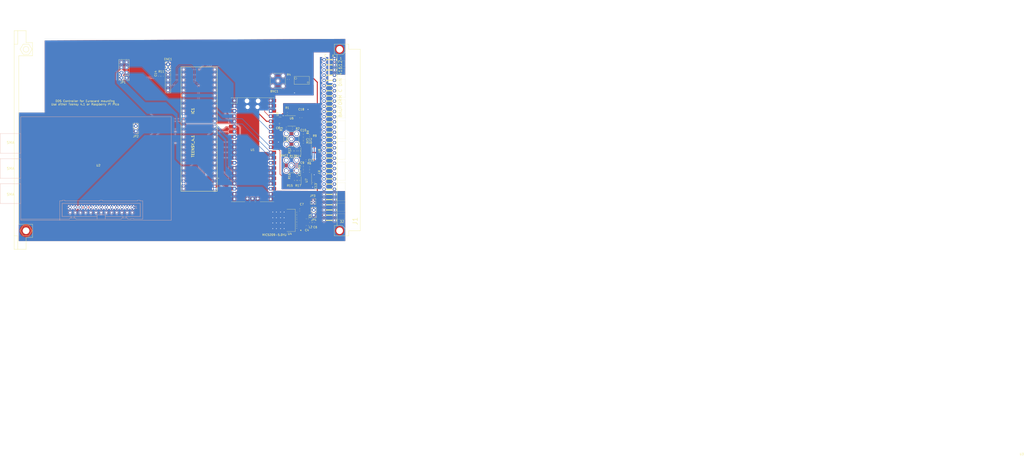
<source format=kicad_pcb>
(kicad_pcb (version 20211014) (generator pcbnew)
  (layers (0 "F.Cu" signal) (31 "B.Cu" signal) (34 "B.Paste" user) (35 "F.Paste" user) (36 "B.SilkS" user "B.Silkscreen") (37 "F.SilkS" user "F.Silkscreen") (38 "B.Mask" user) (39 "F.Mask" user) (44 "Edge.Cuts" user))
  (net 0 "")
  (net 1 "Net-(BNC1-Pad1)")
  (net 2 "Net-(BNC2-Pad1)")
  (net 3 "5V")
  (net 4 "+15V")
  (net 5 "ADC_REF")
  (net 6 "3V3")
  (net 7 "ENC_1_SW_OUT")
  (net 18 "GNDA")
  (net 56 "ENC_1_OUT_B")
  (net 57 "ENC_1_OUT_A")
  (net 58 "Trigger")
  (net 59 "/DDS_Main/MOSI")
  (net 62 "Frequency")
  (net 63 "Amplitude")
  (net 72 "Net-(R2-Pad1)")
  (net 82 "Net-(C7-Pad2)")
  (net 83 "Net-(C11-Pad1)")
  (net 84 "Net-(R4-Pad2)")
  (net 85 "Net-(C4-Pad2)")
  (net 86 "Net-(C10-Pad2)")
  (net 93 "Net-(BNC1-Pad2)")
  (net 95 "-15V")
  (net 96 "GND")
  (net 100 "Net-(BNC3-Pad1)")
  (net 102 "Net-(BNC3-Pad2)")
  (net 103 "/Frontend/4V_buffered_reference")
  (net 110 "/DDS_Main/-CS")
  (net 113 "Net-(R13-Pad2)")
  (net 118 "Net-(BNC2-Pad2)")
  (net 120 "Net-(R16-Pad2)")
  (net 124 "/DDS_Main/LCD_RST")
  (net 125 "/DDS_Main/LCD_RS")
  (net 126 "/DDS_Main/LCD_CS")
  (net 127 "/DDS_Main/LCD_MOSI")
  (net 128 "/DDS_Main/LCD_CLK")
  (net 130 "/DDS_Main/SCK")
  (net 135 "/DDS_Main/OSK")
  (net 136 "/DDS_Main/PF0")
  (net 137 "/DDS_Main/PF1")
  (net 138 "/DDS_Main/OUP")
  (net 139 "/DDS_Main/PF2")
  (net 140 "/DDS_Main/DRHLD")
  (net 141 "/DDS_Main/DRCTL")
  (net 142 "/DDS_Main/DROVR")
  (net 143 "/DDS_Main/PLL_LCK")
  (net 144 "/DDS_Main/MRST")
  (footprint "carrier_board_fp:0603FP" (layer "F.Cu") (at 162.83615 54.8953 90)
    (fp_text reference "R4")
    (fp_text value "10k")
  )
  (footprint "Connector_Coaxial:SMA_Amphenol_132134_Vertical" (layer "F.Cu") (at 157.72485 56.134 180)
    (fp_text reference "BNC1")
    (fp_text value "Trigger")
  )
  (footprint "carrier_board_fp:0603FP" (layer "F.Cu") (at 168.8787 119.38)
    (fp_text reference "C7")
    (fp_text value "470pF")
  )
  (footprint "Package_SO:SOIC-8_3.9x4.9mm_P1.27mm" (layer "F.Cu") (at 171.577 90.681375 -90)
    (fp_text reference "U8")
    (fp_text value "OPA340UA" hide)
  )
  (footprint "carrier_board_fp:DDS" (layer "F.Cu") (at 31.75 124.46)
    (fp_text reference "U2")
    (fp_text value "DDS")
  )
  (footprint "carrier_board_fp:0603FP" (layer "F.Cu") (at 169.7033 84.582 180)
    (fp_text reference "C12")
    (fp_text value "DNP" hide)
  )
  (footprint "carrier_board_fp:0603FP" (layer "F.Cu") (at 170.6567 83.058)
    (fp_text reference "R8")
    (fp_text value "1.25M" hide)
  )
  (footprint "MCU_RaspberryPi_and_Boards:RPi_Pico_SMD_TH" (layer "F.Cu") (at 145.288 89.916)
    (fp_text reference "U1")
    (fp_text value "Raspberry_Pi_Pico")
  )
  (footprint "carrier_board_fp:Eurocard_Carrier_Board" (layer "F.Cu") (at 30.48 81.28)
    (fp_text reference "J1")
    (fp_text value "Eurocard_board_connector")
    (fp_line (start 0.254 53.34) (end 160.274 53.34) (layer "Edge.Cuts") (width 0.05))
    (fp_line (start 0.254 -9.652) (end 12.954 -9.652) (layer "Edge.Cuts") (width 0.05))
    (fp_line (start 0.254 -9.652) (end 0.254 53.34) (layer "Edge.Cuts") (width 0.05))
    (fp_line (start 12.954 -9.652) (end 12.954 -45.72) (layer "Edge.Cuts") (width 0.05))
    (fp_line (start 160.274 -45.72) (end 12.954 -45.72) (layer "Edge.Cuts") (width 0.05))
    (fp_line (start 160.274 53.34) (end 160.274 -45.72) (layer "Edge.Cuts") (width 0.05))
  )
  (footprint "Connector_PinHeader_2.54mm:PinHeader_1x06_P2.54mm_Vertical" (layer "F.Cu") (at 103.886 48.006)
    (fp_text reference "ENC1")
    (fp_text value "PINHD_1X6_ENC")
  )
  (footprint "Capacitor_SMD:C_0603_1608Metric" (layer "F.Cu") (at 171.45 95.25)
    (fp_text reference "C15")
    (fp_text value "100nF" hide)
  )
  (footprint "Package_SO:SOIC-8_3.9x4.9mm_P1.27mm" (layer "F.Cu") (at 164.4335 75.696)
    (fp_text reference "U6")
    (fp_text value "OPA340UA")
  )
  (footprint "Connector_Coaxial:SMA_Amphenol_132134_Vertical" (layer "F.Cu") (at 164.338 84.582 -90)
    (fp_text reference "BNC3")
    (fp_text value "Amplitude")
  )
  (footprint "Resistor_SMD:R_0603_1608Metric" (layer "F.Cu") (at 166.37 90.424 90)
    (fp_text reference "R13")
    (fp_text value "200k" hide)
  )
  (footprint "carrier_board_fp:0603FP" (layer "F.Cu") (at 172.0723 123.2213 90)
    (fp_text reference "C5")
    (fp_text value "2.2uF")
  )
  (footprint "carrier_board_fp:0603FP" (layer "F.Cu") (at 169.7033 86.106 180)
    (fp_text reference "R10")
    (fp_text value "100k" hide)
  )
  (footprint "Resistor_SMD:R_0603_1608Metric" (layer "F.Cu") (at 167.894 104.902 -90)
    (fp_text reference "R17")
    (fp_text value "200k")
  )
  (footprint "Connector_PinHeader_2.54mm:PinHeader_1x02_P2.54mm_Vertical" (layer "F.Cu") (at 88.0618 80.772 180)
    (fp_text reference "JP2")
    (fp_text value "PINHD_1X2")
  )
  (footprint "carrier_board_fp:0603FP" (layer "F.Cu") (at 165.3402 79.248)
    (fp_text reference "R2")
    (fp_text value "10k" hide)
  )
  (footprint "carrier_board_fp:0603FP" (layer "F.Cu") (at 170.6632 98.806)
    (fp_text reference "R5")
    (fp_text value "1.25M" hide)
  )
  (footprint "carrier_board_fp:PINHD_1X2" (layer "F.Cu") (at 175.006 114.554)
    (fp_text reference "JP3")
    (fp_text value "DNP")
  )
  (footprint "Resistor_SMD:R_0603_1608Metric" (layer "F.Cu") (at 168.12585 90.409075 -90)
    (fp_text reference "R14")
    (fp_text value "200k" hide)
  )
  (footprint "Connector_PinHeader_2.54mm:PinHeader_1x02_P2.54mm_Vertical" (layer "F.Cu") (at 175.26 121.925 180)
    (fp_text reference "JP4")
    (fp_text value "DNP")
  )
  (footprint "carrier_board_fp:0603FP" (layer "F.Cu") (at 99.568 53.3713 90)
    (fp_text reference "C14")
    (fp_text value "100nF")
  )
  (footprint "carrier_board_fp:0603FP" (layer "F.Cu") (at 170.6567 81.534)
    (fp_text reference "C10")
    (fp_text value "VAR" hide)
  )
  (footprint "Resistor_SMD:R_0603_1608Metric" (layer "F.Cu") (at 166.37 104.902 -90)
    (fp_text reference "R15")
    (fp_text value "100")
  )
  (footprint "carrier_board_fp:AS431BNTR-G1" (layer "F.Cu") (at 158.8115 75.3912 180)
    (fp_text reference "U9")
    (fp_text value "AS431BNTR-G1")
  )
  (footprint "carrier_board_fp:0603FP" (layer "F.Cu") (at 101.092 53.3713 90)
    (fp_text reference "R11")
    (fp_text value "10k")
  )
  (footprint "Teensy4_1:TEENSY41" (layer "F.Cu") (at 126.746 103.886 90)
    (fp_text reference "IC1")
    (fp_text value "TEENSY_4.1")
  )
  (footprint "carrier_board_fp:0603FP" (layer "F.Cu") (at 172.7513 98.806 180)
    (fp_text reference "R6")
    (fp_text value "510k")
  )
  (footprint "Connector_Coaxial:SMA_Amphenol_132134_Vertical" (layer "F.Cu") (at 164.338 97.536)
    (fp_text reference "BNC2")
    (fp_text value "Frequency")
  )
  (footprint "carrier_board_fp:0603FP" (layer "F.Cu") (at 161.8728 72.136 180)
    (fp_text reference "R1")
    (fp_text value "1k")
  )
  (footprint "carrier_board_fp:0603FP" (layer "F.Cu") (at 173.736 125.9527 -90)
    (fp_text reference "L2")
    (fp_text value "1000k Ferrite" hide)
  )
  (footprint "Capacitor_SMD:C_0603_1608Metric" (layer "F.Cu") (at 169.0055 74.172 90)
    (fp_text reference "C18")
    (fp_text value "100nF")
  )
  (footprint "carrier_board_fp:0603FP" (layer "F.Cu") (at 172.77345 83.072925 180)
    (fp_text reference "R9")
    (fp_text value "510k" hide)
  )
  (footprint "carrier_board_fp:0603FP" (layer "F.Cu") (at 161.3388 79.248 180)
    (fp_text reference "R3")
    (fp_text value "12k" hide)
  )
  (footprint "carrier_board_fp:0603FP" (layer "F.Cu") (at 169.7033 100.33 180)
    (fp_text reference "C11")
    (fp_text value "DNP" hide)
  )
  (footprint "carrier_board_fp:0603FP" (layer "F.Cu") (at 159.0032 77.855)
    (fp_text reference "C8")
    (fp_text value "100nF" hide)
  )
  (footprint "carrier_board_fp:TLP2767" (layer "F.Cu") (at 169.418 55.88 -90)
    (fp_text reference "U3")
    (fp_text value "TLP2767")
  )
  (footprint "carrier_board_fp:0603FP" (layer "F.Cu") (at 175.26 125.9527 -90)
    (fp_text reference "C6")
    (fp_text value "220uF")
  )
  (footprint "Resistor_SMD:R_0603_1608Metric" (layer "F.Cu") (at 164.846 90.424 90)
    (fp_text reference "R12")
    (fp_text value "100")
  )
  (footprint "MIC5209-5.0YU:MIC5209-5.0YU" (layer "F.Cu") (at 161.29 124.46 90)
    (fp_text reference "U4")
    (fp_text value "MIC5209-5.0YU")
  )
  (footprint "Resistor_SMD:R_0603_1608Metric" (layer "F.Cu") (at 167.132 102.616)
    (fp_text reference "R16")
    (fp_text value "200k")
  )
  (footprint "carrier_board_fp:0603FP" (layer "F.Cu") (at 170.6567 97.282)
    (fp_text reference "C9")
    (fp_text value "VAR" hide)
  )
  (footprint "carrier_board_fp:0603FP" (layer "F.Cu") (at 173.7047 100.33)
    (fp_text reference "R7")
    (fp_text value "100k")
  )
  (footprint "Package_SO:SOIC-8_3.9x4.9mm_P1.27mm" (layer "F.Cu") (at 171.6287 104.9655 -90)
    (fp_text reference "U7")
    (fp_text value "OPA340UA" hide)
  )
  (footprint "Connector_PinHeader_2.54mm:PinHeader_2x04_P2.54mm_Vertical" (layer "F.Cu") (at 83.571 54.61 180)
    (fp_text reference "JP1")
    (fp_text value "Conn_01x08_Female")
  )
  (footprint "Capacitor_SMD:C_0603_1608Metric" (layer "F.Cu") (at 175.26 105.918 -90)
    (fp_text reference "C13")
    (fp_text value "100nF")
  )
  (footprint "carrier_board_fp:0603FP" (layer "F.Cu") (at 172.0723 126.492 90)
    (fp_text reference "C4")
    (fp_text value "10uF")
  )
  (gr_text "DDS Controller for Eurocard mounting\nUse either Teensy 4.1 or Raspberry Pi Pico" (at 63.246 66.802) (layer "F.SilkS") (effects (font (size 1 1))))
  (segment (start 157.72485 56.134) (end 162.82315 56.134) (width 0.254) (layer "F.Cu") (net 1))
  (segment (start 162.82315 56.134) (end 162.83615 56.147) (width 0.254) (layer "F.Cu") (net 1))
  (segment (start 169.4115 97.2885) (end 169.405 97.282) (width 0.254) (layer "F.Cu") (net 2))
  (segment (start 164.338 97.536) (end 169.151 97.536) (width 0.254) (layer "F.Cu") (net 2))
  (segment (start 169.151 97.536) (end 169.405 97.282) (width 0.254) (layer "F.Cu") (net 2))
  (segment (start 169.4115 98.806) (end 169.4115 97.2885) (width 0.254) (layer "F.Cu") (net 2))
  (segment (start 172.2637 107.4405) (end 172.2637 106.881315) (width 0.508) (layer "F.Cu") (net 3))
  (segment (start 177.038 56.792164) (end 174.855836 54.61) (width 0.508) (layer "F.Cu") (net 3))
  (segment (start 174.007 74.947) (end 177.038 77.978) (width 0.508) (layer "F.Cu") (net 3))
  (segment (start 169.0055 74.947) (end 167.0225 74.947) (width 0.508) (layer "F.Cu") (net 3))
  (segment (start 163.9225 72.267) (end 164.3685 72.713) (width 0.508) (layer "F.Cu") (net 3))
  (segment (start 171.9075 122.7582) (end 172.0723 122.923) (width 0.508) (layer "F.Cu") (net 3))
  (segment (start 172.0723 116.4797) (end 173.998 114.554) (width 0.508) (layer "F.Cu") (net 3))
  (segment (start 172.2637 106.881315) (end 174.002015 105.143) (width 0.508) (layer "F.Cu") (net 3))
  (segment (start 163.1245 72.267) (end 163.9225 72.267) (width 0.508) (layer "F.Cu") (net 3))
  (segment (start 167.0225 74.947) (end 166.9085 75.061) (width 0.508) (layer "F.Cu") (net 3))
  (segment (start 172.212 93.156375) (end 172.212 95.181625) (width 0.508) (layer "F.Cu") (net 3))
  (segment (start 174.855836 54.61) (end 174.1678 54.61) (width 0.508) (layer "F.Cu") (net 3))
  (segment (start 175.273 105.143) (end 177.038 103.378) (width 0.508) (layer "F.Cu") (net 3))
  (segment (start 177.038 112.522) (end 175.006 114.554) (width 0.508) (layer "F.Cu") (net 3))
  (segment (start 169.2402 122.7582) (end 171.9075 122.7582) (width 0.508) (layer "F.Cu") (net 3))
  (segment (start 177.038 77.978) (end 177.038 56.792164) (width 0.508) (layer "F.Cu") (net 3))
  (segment (start 171.1706 116.84) (end 172.0723 117.7417) (width 0.508) (layer "F.Cu") (net 3))
  (segment (start 46.482 124.206) (end 50.8 128.524) (width 0.508) (layer "F.Cu") (net 3))
  (segment (start 172.0723 117.7417) (end 172.0723 116.4797) (width 0.508) (layer "F.Cu") (net 3))
  (segment (start 46.482 112.776) (end 46.482 124.206) (width 0.508) (layer "F.Cu") (net 3))
  (segment (start 169.0055 74.947) (end 174.007 74.947) (width 0.508) (layer "F.Cu") (net 3))
  (segment (start 50.8 128.524) (end 146.05 128.524) (width 0.508) (layer "F.Cu") (net 3))
  (segment (start 146.05 128.524) (end 151.13 123.444) (width 0.508) (layer "F.Cu") (net 3))
  (segment (start 172.0723 122.923) (end 172.0723 117.7417) (width 0.508) (layer "F.Cu") (net 3))
  (segment (start 88.0618 80.772) (end 78.486 80.772) (width 0.508) (layer "F.Cu") (net 3))
  (segment (start 78.486 80.772) (end 46.482 112.776) (width 0.508) (layer "F.Cu") (net 3))
  (segment (start 177.038 77.978) (end 177.038 92.202) (width 0.508) (layer "F.Cu") (net 3))
  (segment (start 174.002015 105.143) (end 175.26 105.143) (width 0.508) (layer "F.Cu") (net 3))
  (segment (start 172.212 91.879625) (end 172.92055 91.171075) (width 0.508) (layer "F.Cu") (net 3))
  (segment (start 177.038 92.202) (end 177.038 103.378) (width 0.508) (layer "F.Cu") (net 3))
  (segment (start 173.998 114.554) (end 175.006 114.554) (width 0.508) (layer "F.Cu") (net 3))
  (segment (start 165.3845 75.061) (end 164.3685 74.045) (width 0.508) (layer "F.Cu") (net 3))
  (segment (start 151.13 123.444) (end 151.13 119.126) (width 0.508) (layer "F.Cu") (net 3))
  (segment (start 164.3685 74.045) (end 164.3685 72.713) (width 0.508) (layer "F.Cu") (net 3))
  (segment (start 153.416 116.84) (end 171.1706 116.84) (width 0.508) (layer "F.Cu") (net 3))
  (segment (start 166.9085 75.061) (end 165.3845 75.061) (width 0.508) (layer "F.Cu") (net 3))
  (segment (start 151.13 119.126) (end 153.416 116.84) (width 0.508) (layer "F.Cu") (net 3))
  (segment (start 172.92055 91.171075) (end 176.007075 91.171075) (width 0.508) (layer "F.Cu") (net 3))
  (segment (start 175.26 105.143) (end 175.273 105.143) (width 0.508) (layer "F.Cu") (net 3))
  (segment (start 177.038 103.378) (end 177.038 112.522) (width 0.508) (layer "F.Cu") (net 3))
  (segment (start 176.007075 91.171075) (end 177.038 92.202) (width 0.508) (layer "F.Cu") (net 3))
  (segment (start 172.212 93.156375) (end 172.212 91.879625) (width 0.508) (layer "F.Cu") (net 3))
  (segment (start 175.26 121.92) (end 180.34 121.92) (width 0.508) (layer "F.Cu") (net 4))
  (segment (start 175.26 121.925) (end 175.26 124.701) (width 0.508) (layer "F.Cu") (net 4))
  (segment (start 175.26 124.701) (end 173.736 124.701) (width 0.508) (layer "F.Cu") (net 4))
  (segment (start 154.978 78.232) (end 157.3745 78.232) (width 0.508) (layer "F.Cu") (net 5))
  (segment (start 158.875 75.3912) (end 159.8148 76.331) (width 0.508) (layer "F.Cu") (net 5))
  (segment (start 157.7515 75.4479) (end 157.8082 75.3912) (width 0.508) (layer "F.Cu") (net 5))
  (segment (start 159.8148 76.331) (end 161.9585 76.331) (width 0.508) (layer "F.Cu") (net 5))
  (segment (start 157.7515 77.855) (end 157.7515 75.4479) (width 0.508) (layer "F.Cu") (net 5))
  (segment (start 157.8082 74.4895) (end 160.0307 72.267) (width 0.508) (layer "F.Cu") (net 5))
  (segment (start 157.3745 78.232) (end 157.7515 77.855) (width 0.508) (layer "F.Cu") (net 5))
  (segment (start 157.8082 75.3912) (end 158.875 75.3912) (width 0.508) (layer "F.Cu") (net 5))
  (segment (start 160.0307 72.267) (end 161.5745 72.267) (width 0.508) (layer "F.Cu") (net 5))
  (segment (start 157.8082 75.3912) (end 157.8082 74.4895) (width 0.508) (layer "F.Cu") (net 5))
  (segment (start 99.555 54.61) (end 83.571 54.61) (width 0.508) (layer "F.Cu") (net 6))
  (segment (start 140.98215 70.358) (end 146.558 70.358) (width 0.508) (layer "F.Cu") (net 6))
  (segment (start 99.568 54.623) (end 99.555 54.61) (width 0.508) (layer "F.Cu") (net 6))
  (segment (start 118.872 58.42) (end 118.872 55.626) (width 0.508) (layer "F.Cu") (net 6))
  (segment (start 138.2715 56.4835) (end 138.2715 67.64735) (width 0.508) (layer "F.Cu") (net 6))
  (segment (start 152.146 75.946) (end 154.178 75.946) (width 0.508) (layer "F.Cu") (net 6))
  (segment (start 146.558 70.358) (end 152.146 75.946) (width 0.508) (layer "F.Cu") (net 6))
  (segment (start 124.968 73.406) (end 126.746 73.406) (width 0.508) (layer "F.Cu") (net 6))
  (segment (start 130.556 48.768) (end 138.2715 56.4835) (width 0.508) (layer "F.Cu") (net 6))
  (segment (start 118.872 58.42) (end 118.872 67.31) (width 0.508) (layer "F.Cu") (net 6))
  (segment (start 125.73 48.768) (end 130.556 48.768) (width 0.508) (layer "F.Cu") (net 6))
  (segment (start 101.092 54.623) (end 99.568 54.623) (width 0.508) (layer "F.Cu") (net 6))
  (segment (start 138.2715 67.64735) (end 140.98215 70.358) (width 0.508) (layer "F.Cu") (net 6))
  (segment (start 103.886 60.706) (end 101.092 57.912) (width 0.508) (layer "F.Cu") (net 6))
  (segment (start 118.872 67.31) (end 124.968 73.406) (width 0.508) (layer "F.Cu") (net 6))
  (segment (start 101.092 57.912) (end 101.092 54.623) (width 0.508) (layer "F.Cu") (net 6))
  (segment (start 118.872 55.626) (end 125.73 48.768) (width 0.508) (layer "F.Cu") (net 6))
  (via (at 118.872 58.42) (size 0.8) (drill 0.4) (layers "F.Cu" "B.Cu") (net 6))
  (segment (start 108.204 49.784) (end 108.204 56.388) (width 0.508) (layer "B.Cu") (net 6))
  (segment (start 108.204 56.388) (end 103.886 60.706) (width 0.508) (layer "B.Cu") (net 6))
  (segment (start 118.872 58.42) (end 116.84 56.388) (width 0.508) (layer "B.Cu") (net 6))
  (segment (start 109.474 48.514) (end 108.204 49.784) (width 0.508) (layer "B.Cu") (net 6))
  (segment (start 116.84 50.292) (end 115.062 48.514) (width 0.508) (layer "B.Cu") (net 6))
  (segment (start 115.062 48.514) (end 109.474 48.514) (width 0.508) (layer "B.Cu") (net 6))
  (segment (start 116.84 56.388) (end 116.84 50.292) (width 0.508) (layer "B.Cu") (net 6))
  (segment (start 103.886 53.086) (end 101.105 53.086) (width 0.254) (layer "F.Cu") (net 7))
  (segment (start 124.798948 47.279) (end 118.991948 53.086) (width 0.254) (layer "F.Cu") (net 7))
  (segment (start 134.4925 47.279) (end 124.798948 47.279) (width 0.254) (layer "F.Cu") (net 7))
  (segment (start 152.7455 65.532) (end 134.4925 47.279) (width 0.254) (layer "F.Cu") (net 7))
  (segment (start 118.991948 53.086) (end 111.506 53.086) (width 0.254) (layer "F.Cu") (net 7))
  (segment (start 154.978 65.532) (end 152.7455 65.532) (width 0.254) (layer "F.Cu") (net 7))
  (segment (start 103.886 53.086) (end 111.506 53.086) (width 0.254) (layer "F.Cu") (net 7))
  (segment (start 101.105 53.086) (end 101.092 53.073) (width 0.254) (layer "F.Cu") (net 7))
  (segment (start 160.274 77.978) (end 160.02 78.232) (width 0.254) (layer "F.Cu") (net 18))
  (segment (start 160.313366 73.191366) (end 159.8148 73.689932) (width 0.254) (layer "F.Cu") (net 18))
  (segment (start 161.9585 77.601) (end 161.5815 77.978) (width 0.254) (layer "F.Cu") (net 18))
  (segment (start 169.405 100.33) (end 169.405 100.063) (width 0.254) (layer "F.Cu") (net 18))
  (segment (start 169.7237 102.4905) (end 169.7237 100.6487) (width 0.254) (layer "F.Cu") (net 18))
  (segment (start 161.5815 77.978) (end 160.274 77.978) (width 0.254) (layer "F.Cu") (net 18))
  (segment (start 160.02 78.232) (end 160.02 78.994) (width 0.254) (layer "F.Cu") (net 18))
  (segment (start 169.7237 100.6487) (end 169.405 100.33) (width 0.254) (layer "F.Cu") (net 18))
  (segment (start 169.405 100.063) (end 167.894 98.552) (width 0.254) (layer "F.Cu") (net 18))
  (segment (start 159.8148 73.689932) (end 159.8148 74.4514) (width 0.254) (layer "F.Cu") (net 18))
  (via (at 160.313366 73.191366) (size 0.8) (drill 0.4) (layers "F.Cu" "B.Cu") (net 18))
  (via (at 158.75 80.264) (size 0.8) (drill 0.4) (layers "F.Cu" "B.Cu") (net 18))
  (via (at 175.514 102.108) (size 0.8) (drill 0.4) (layers "F.Cu" "B.Cu") (net 18))
  (via (at 174.752 108.204) (size 0.8) (drill 0.4) (layers "F.Cu" "B.Cu") (net 18))
  (via (at 168.656 88.138) (size 0.8) (drill 0.4) (layers "F.Cu" "B.Cu") (net 18))
  (via (at 164.338 93.726) (size 0.8) (drill 0.4) (layers "F.Cu" "B.Cu") (net 18))
  (via (at 164.846 88.138) (size 0.8) (drill 0.4) (layers "F.Cu" "B.Cu") (net 18))
  (via (at 157.988 86.106) (size 0.8) (drill 0.4) (layers "F.Cu" "B.Cu") (net 18))
  (via (at 172.466 70.104) (size 0.8) (drill 0.4) (layers "F.Cu" "B.Cu") (net 18))
  (segment (start 117.094 55.626) (end 111.506 55.626) (width 0.254) (layer "F.Cu") (net 56))
  (segment (start 133.6765 47.733) (end 124.987 47.733) (width 0.254) (layer "F.Cu") (net 56))
  (segment (start 124.987 47.733) (end 117.094 55.626) (width 0.254) (layer "F.Cu") (net 56))
  (segment (start 154.0155 68.072) (end 133.6765 47.733) (width 0.254) (layer "F.Cu") (net 56))
  (segment (start 111.506 55.626) (end 103.886 55.626) (width 0.254) (layer "F.Cu") (net 56))
  (segment (start 139.45 54.868) (end 139.5415 54.868) (width 0.254) (layer "F.Cu") (net 57))
  (segment (start 139.5415 54.868) (end 151.2255 66.552) (width 0.254) (layer "F.Cu") (net 57))
  (segment (start 111.506 58.166) (end 115.316 58.166) (width 0.254) (layer "F.Cu") (net 57))
  (segment (start 132.769 48.187) (end 139.45 54.868) (width 0.254) (layer "F.Cu") (net 57))
  (segment (start 103.886 58.166) (end 111.506 58.166) (width 0.254) (layer "F.Cu") (net 57))
  (segment (start 151.2255 71.2155) (end 153.416 73.406) (width 0.254) (layer "F.Cu") (net 57))
  (segment (start 125.295 48.187) (end 132.769 48.187) (width 0.254) (layer "F.Cu") (net 57))
  (segment (start 151.2255 66.552) (end 151.2255 71.2155) (width 0.254) (layer "F.Cu") (net 57))
  (segment (start 153.416 73.406) (end 154.178 73.406) (width 0.254) (layer "F.Cu") (net 57))
  (segment (start 115.316 58.166) (end 125.295 48.187) (width 0.254) (layer "F.Cu") (net 57))
  (segment (start 122.847 46.825) (end 119.126 50.546) (width 0.254) (layer "F.Cu") (net 58))
  (segment (start 161.379 46.825) (end 170.434 55.88) (width 0.254) (layer "F.Cu") (net 58))
  (segment (start 170.434 55.88) (end 174.1678 55.88) (width 0.254) (layer "F.Cu") (net 58))
  (segment (start 119.126 50.546) (end 111.506 50.546) (width 0.254) (layer "F.Cu") (net 58))
  (segment (start 161.379 46.825) (end 122.847 46.825) (width 0.254) (layer "F.Cu") (net 58))
  (via (at 119.126 50.546) (size 0.8) (drill 0.4) (layers "F.Cu" "B.Cu") (net 58))
  (segment (start 119.126 50.546) (end 120.65 49.022) (width 0.254) (layer "B.Cu") (net 58))
  (segment (start 136.398 57.15) (end 136.398 65.786) (width 0.254) (layer "B.Cu") (net 58))
  (segment (start 120.65 49.022) (end 128.27 49.022) (width 0.254) (layer "B.Cu") (net 58))
  (segment (start 128.27 49.022) (end 136.398 57.15) (width 0.254) (layer "B.Cu") (net 58))
  (segment (start 119.126 79.756) (end 120.396 78.486) (width 0.254) (layer "F.Cu") (net 59))
  (segment (start 101.346 79.756) (end 119.126 79.756) (width 0.254) (layer "F.Cu") (net 59))
  (segment (start 64.821014 116.280986) (end 64.821014 119.328986) (width 0.254) (layer "F.Cu") (net 59))
  (segment (start 64.821014 116.280986) (end 101.346 79.756) (width 0.254) (layer "F.Cu") (net 59))
  (segment (start 120.396 78.486) (end 126.746 78.486) (width 0.254) (layer "F.Cu") (net 59))
  (segment (start 64.821014 119.328986) (end 63.5 120.65) (width 0.254) (layer "F.Cu") (net 59))
  (segment (start 132.842 84.582) (end 132.842 97.79) (width 0.254) (layer "B.Cu") (net 59))
  (segment (start 132.842 97.79) (end 136.398 101.346) (width 0.254) (layer "B.Cu") (net 59))
  (segment (start 126.746 78.486) (end 132.842 84.582) (width 0.254) (layer "B.Cu") (net 59))
  (segment (start 156.718 88.392) (end 158.75 90.424) (width 0.254) (layer "F.Cu") (net 62))
  (segment (start 167.894 106.172) (end 167.386 106.68) (width 0.254) (layer "F.Cu") (net 62))
  (segment (start 163.576 106.68) (end 163.068 106.172) (width 0.254) (layer "F.Cu") (net 62))
  (segment (start 167.386 106.68) (end 163.576 106.68) (width 0.254) (layer "F.Cu") (net 62))
  (segment (start 167.894 105.727) (end 169.65978 105.727) (width 0.254) (layer "F.Cu") (net 62))
  (segment (start 158.75 90.424) (end 158.75 101.854) (width 0.254) (layer "F.Cu") (net 62))
  (segment (start 169.65978 105.727) (end 170.9937 107.06092) (width 0.254) (layer "F.Cu") (net 62))
  (segment (start 158.75 101.854) (end 159.893 102.997) (width 0.254) (layer "F.Cu") (net 62))
  (segment (start 167.894 105.727) (end 167.894 106.172) (width 0.254) (layer "F.Cu") (net 62))
  (segment (start 154.978 88.392) (end 156.718 88.392) (width 0.254) (layer "F.Cu") (net 62))
  (segment (start 163.068 106.172) (end 159.893 102.997) (width 0.254) (layer "F.Cu") (net 62))
  (segment (start 126.746 70.866) (end 130.556 74.676) (width 0.254) (layer "B.Cu") (net 62))
  (segment (start 140.208 74.676) (end 154.178 88.646) (width 0.254) (layer "B.Cu") (net 62))
  (segment (start 130.556 74.676) (end 140.208 74.676) (width 0.254) (layer "B.Cu") (net 62))
  (segment (start 168.12585 91.234075) (end 168.12585 91.46215) (width 0.25) (layer "F.Cu") (net 63))
  (segment (start 170.942 93.156375) (end 170.942 91.701225) (width 0.25) (layer "F.Cu") (net 63))
  (segment (start 170.942 91.701225) (end 170.47485 91.234075) (width 0.25) (layer "F.Cu") (net 63))
  (segment (start 162.814 92.202) (end 159.512 88.9) (width 0.25) (layer "F.Cu") (net 63))
  (segment (start 170.47485 91.234075) (end 168.12585 91.234075) (width 0.25) (layer "F.Cu") (net 63))
  (segment (start 167.386 92.202) (end 162.814 92.202) (width 0.25) (layer "F.Cu") (net 63))
  (segment (start 159.512 83.82) (end 156.464 80.772) (width 0.25) (layer "F.Cu") (net 63))
  (segment (start 168.12585 91.46215) (end 167.386 92.202) (width 0.25) (layer "F.Cu") (net 63))
  (segment (start 159.512 88.9) (end 159.512 83.82) (width 0.25) (layer "F.Cu") (net 63))
  (segment (start 156.464 80.772) (end 154.978 80.772) (width 0.25) (layer "F.Cu") (net 63))
  (segment (start 126.746 68.326) (end 130.556 72.136) (width 0.254) (layer "B.Cu") (net 63))
  (segment (start 145.288 72.136) (end 154.178 81.026) (width 0.254) (layer "B.Cu") (net 63))
  (segment (start 130.556 72.136) (end 145.288 72.136) (width 0.254) (layer "B.Cu") (net 63))
  (segment (start 163.8605 75.569) (end 163.3525 75.061) (width 0.25) (layer "F.Cu") (net 72))
  (segment (start 163.3525 79.125) (end 163.3525 78.109) (width 0.25) (layer "F.Cu") (net 72))
  (segment (start 163.3525 75.061) (end 161.9585 75.061) (width 0.25) (layer "F.Cu") (net 72))
  (segment (start 163.3525 79.248) (end 162.5905 79.248) (width 0.25) (layer "F.Cu") (net 72))
  (segment (start 163.3525 78.109) (end 163.8605 77.601) (width 0.25) (layer "F.Cu") (net 72))
  (segment (start 164.0885 79.248) (end 163.3525 79.248) (width 0.25) (layer "F.Cu") (net 72))
  (segment (start 163.8605 77.601) (end 163.8605 75.569) (width 0.25) (layer "F.Cu") (net 72))
  (segment (start 169.2402 121.0564) (end 169.2402 119.4432) (width 0.254) (layer "F.Cu") (net 82))
  (segment (start 169.2402 119.4432) (end 169.177 119.38) (width 0.254) (layer "F.Cu") (net 82))
  (segment (start 170.9937 100.3622) (end 170.9615 100.33) (width 0.25) (layer "F.Cu") (net 83))
  (segment (start 172.453 100.33) (end 170.955 100.33) (width 0.254) (layer "F.Cu") (net 83))
  (segment (start 170.9615 98.806) (end 170.9615 97.2885) (width 0.254) (layer "F.Cu") (net 83))
  (segment (start 170.9615 97.2885) (end 170.955 97.282) (width 0.254) (layer "F.Cu") (net 83))
  (segment (start 170.955 100.33) (end 170.955 98.8125) (width 0.254) (layer "F.Cu") (net 83))
  (segment (start 170.9615 98.806) (end 172.453 98.806) (width 0.254) (layer "F.Cu") (net 83))
  (segment (start 170.9937 102.4905) (end 170.9937 100.3622) (width 0.25) (layer "F.Cu") (net 83))
  (segment (start 170.955 98.8125) (end 170.9615 98.806) (width 0.254) (layer "F.Cu") (net 83))
  (segment (start 162.83615 54.597) (end 164.67735 54.597) (width 0.254) (layer "F.Cu") (net 84))
  (segment (start 169.2402 126.1618) (end 173.6468 126.1618) (width 0.508) (layer "F.Cu") (net 85))
  (segment (start 169.2402 126.1618) (end 169.2402 127.8636) (width 0.508) (layer "F.Cu") (net 85))
  (segment (start 173.6468 126.1618) (end 173.736 126.251) (width 0.508) (layer "F.Cu") (net 85))
  (segment (start 170.942 88.206375) (end 170.942 81.547) (width 0.25) (layer "F.Cu") (net 86))
  (segment (start 170.955 83.058) (end 172.460225 83.058) (width 0.254) (layer "F.Cu") (net 86))
  (segment (start 170.942 81.547) (end 170.955 81.534) (width 0.25) (layer "F.Cu") (net 86))
  (segment (start 172.460225 83.058) (end 172.47515 83.072925) (width 0.254) (layer "F.Cu") (net 86))
  (segment (start 160.26485 58.674) (end 163.1442 58.674) (width 0.254) (layer "F.Cu") (net 93))
  (segment (start 163.1442 58.674) (end 164.6682 57.15) (width 0.254) (layer "F.Cu") (net 93))
  (segment (start 155.18485 53.594) (end 155.18485 58.674) (width 0.254) (layer "F.Cu") (net 93))
  (segment (start 160.26485 58.674) (end 155.18485 58.674) (width 0.254) (layer "B.Cu") (net 93))
  (segment (start 155.18485 53.594) (end 160.26485 53.594) (width 0.254) (layer "B.Cu") (net 93))
  (via (at 156.972 125.73) (size 0.8) (drill 0.4) (layers "F.Cu" "B.Cu") (net 96))
  (via (at 155.194 125.73) (size 0.8) (drill 0.4) (layers "F.Cu" "B.Cu") (net 96))
  (via (at 160.782 125.73) (size 0.8) (drill 0.4) (layers "F.Cu" "B.Cu") (net 96))
  (via (at 165.862 61.976) (size 0.8) (drill 0.4) (layers "F.Cu" "B.Cu") (net 96))
  (via (at 156.972 128.524) (size 0.8) (drill 0.4) (layers "F.Cu" "B.Cu") (net 96))
  (via (at 160.782 120.396) (size 0.8) (drill 0.4) (layers "F.Cu" "B.Cu") (net 96))
  (via (at 155.194 120.396) (size 0.8) (drill 0.4) (layers "F.Cu" "B.Cu") (net 96))
  (via (at 159.004 128.524) (size 0.8) (drill 0.4) (layers "F.Cu" "B.Cu") (net 96))
  (via (at 159.004 125.73) (size 0.8) (drill 0.4) (layers "F.Cu" "B.Cu") (net 96))
  (via (at 160.782 123.19) (size 0.8) (drill 0.4) (layers "F.Cu" "B.Cu") (net 96))
  (via (at 155.194 128.524) (size 0.8) (drill 0.4) (layers "F.Cu" "B.Cu") (net 96))
  (via (at 156.972 120.396) (size 0.8) (drill 0.4) (layers "F.Cu" "B.Cu") (net 96))
  (via (at 160.782 128.524) (size 0.8) (drill 0.4) (layers "F.Cu" "B.Cu") (net 96))
  (via (at 156.972 123.19) (size 0.8) (drill 0.4) (layers "F.Cu" "B.Cu") (net 96))
  (via (at 159.004 123.19) (size 0.8) (drill 0.4) (layers "F.Cu" "B.Cu") (net 96))
  (via (at 155.194 123.19) (size 0.8) (drill 0.4) (layers "F.Cu" "B.Cu") (net 96))
  (via (at 159.004 120.396) (size 0.8) (drill 0.4) (layers "F.Cu" "B.Cu") (net 96))
  (segment (start 167.881 84.582) (end 169.405 83.058) (width 0.254) (layer "F.Cu") (net 100))
  (segment (start 169.405 83.058) (end 169.405 81.534) (width 0.254) (layer "F.Cu") (net 100))
  (segment (start 164.338 84.582) (end 167.881 84.582) (width 0.254) (layer "F.Cu") (net 100))
  (segment (start 161.798 88.201) (end 161.798 87.122) (width 0.254) (layer "F.Cu") (net 102))
  (segment (start 161.798 87.122) (end 161.798 82.042) (width 0.254) (layer "F.Cu") (net 102))
  (segment (start 164.846 91.249) (end 166.37 91.249) (width 0.254) (layer "F.Cu") (net 102))
  (segment (start 164.846 91.249) (end 161.798 88.201) (width 0.254) (layer "F.Cu") (net 102))
  (segment (start 161.798 87.122) (end 166.878 87.122) (width 0.254) (layer "B.Cu") (net 102))
  (segment (start 166.878 82.042) (end 161.798 82.042) (width 0.254) (layer "B.Cu") (net 102))
  (segment (start 173.228 79.248) (end 175.514 81.534) (width 0.508) (layer "F.Cu") (net 103))
  (segment (start 174.02515 83.072925) (end 174.02515 83.09315) (width 0.508) (layer "F.Cu") (net 103))
  (segment (start 165.6385 79.248) (end 173.228 79.248) (width 0.508) (layer "F.Cu") (net 103))
  (segment (start 174.02515 83.09315) (end 175.499075 84.567075) (width 0.508) (layer "F.Cu") (net 103))
  (segment (start 175.514 97.295) (end 174.003 98.806) (width 0.508) (layer "F.Cu") (net 103))
  (segment (start 165.6385 78.363) (end 165.6385 79.125) (width 0.25) (layer "F.Cu") (net 103))
  (segment (start 175.499075 83.072925) (end 175.514 83.058) (width 0.508) (layer "F.Cu") (net 103))
  (segment (start 175.514 94.234) (end 175.514 97.295) (width 0.508) (layer "F.Cu") (net 103))
  (segment (start 175.499075 83.072925) (end 175.499075 84.567075) (width 0.508) (layer "F.Cu") (net 103))
  (segment (start 165.3845 76.331) (end 165.1305 76.585) (width 0.25) (layer "F.Cu") (net 103))
  (segment (start 165.1305 76.585) (end 165.1305 77.855) (width 0.25) (layer "F.Cu") (net 103))
  (segment (start 175.514 83.058) (end 175.514 81.534) (width 0.508) (layer "F.Cu") (net 103))
  (segment (start 175.499075 84.567075) (end 175.499075 89.393075) (width 0.508) (layer "F.Cu") (net 103))
  (segment (start 165.1305 77.855) (end 165.6385 78.363) (width 0.25) (layer "F.Cu") (net 103))
  (segment (start 175.499075 89.393075) (end 175.514 89.408) (width 0.508) (layer "F.Cu") (net 103))
  (segment (start 166.9085 76.331) (end 165.3845 76.331) (width 0.25) (layer "F.Cu") (net 103))
  (via (at 175.514 94.234) (size 0.8) (drill 0.4) (layers "F.Cu" "B.Cu") (net 103))
  (via (at 175.514 89.408) (size 0.8) (drill 0.4) (layers "F.Cu" "B.Cu") (net 103))
  (segment (start 175.514 89.408) (end 175.514 93.472) (width 0.508) (layer "B.Cu") (net 103))
  (segment (start 175.514 93.472) (end 175.514 94.234) (width 0.508) (layer "B.Cu") (net 103))
  (segment (start 92.202 82.296) (end 96.012 82.296) (width 0.25) (layer "B.Cu") (net 110))
  (segment (start 58.42 120.65) (end 59.754806 119.315194) (width 0.25) (layer "B.Cu") (net 110))
  (segment (start 59.754806 119.315194) (end 59.754806 114.743194) (width 0.25) (layer "B.Cu") (net 110))
  (segment (start 131.572 101.6) (end 136.398 106.426) (width 0.254) (layer "B.Cu") (net 110))
  (segment (start 126.746 81.026) (end 131.572 85.852) (width 0.254) (layer "B.Cu") (net 110))
  (segment (start 59.754806 114.743194) (end 92.202 82.296) (width 0.25) (layer "B.Cu") (net 110))
  (segment (start 131.572 85.852) (end 131.572 101.6) (width 0.254) (layer "B.Cu") (net 110))
  (segment (start 96.012 82.296) (end 125.222 82.296) (width 0.254) (layer "B.Cu") (net 110))
  (segment (start 125.222 82.296) (end 126.746 80.772) (width 0.254) (layer "B.Cu") (net 110))
  (segment (start 168.18885 89.647075) (end 168.12585 89.584075) (width 0.25) (layer "F.Cu") (net 113))
  (segment (start 172.212 89.370925) (end 171.93585 89.647075) (width 0.25) (layer "F.Cu") (net 113))
  (segment (start 172.212 88.206375) (end 172.212 89.370925) (width 0.25) (layer "F.Cu") (net 113))
  (segment (start 168.12585 89.584075) (end 166.384925 89.584075) (width 0.25) (layer "F.Cu") (net 113))
  (segment (start 166.384925 89.584075) (end 166.37 89.599) (width 0.25) (layer "F.Cu") (net 113))
  (segment (start 171.93585 89.647075) (end 168.18885 89.647075) (width 0.25) (layer "F.Cu") (net 113))
  (segment (start 166.307 104.014) (end 166.37 104.077) (width 0.254) (layer "F.Cu") (net 118))
  (segment (start 166.878 100.076) (end 166.878 102.045) (width 0.254) (layer "F.Cu") (net 118))
  (segment (start 161.798 100.076) (end 166.878 100.076) (width 0.254) (layer "F.Cu") (net 118))
  (segment (start 166.878 102.045) (end 166.307 102.616) (width 0.254) (layer "F.Cu") (net 118))
  (segment (start 166.307 102.616) (end 166.307 104.014) (width 0.254) (layer "F.Cu") (net 118))
  (segment (start 161.798 100.076) (end 161.798 94.996) (width 0.254) (layer "B.Cu") (net 118))
  (segment (start 166.878 94.996) (end 166.878 100.076) (width 0.254) (layer "B.Cu") (net 118))
  (segment (start 167.894 102.679) (end 167.957 102.616) (width 0.254) (layer "F.Cu") (net 120))
  (segment (start 172.2637 102.867251) (end 171.053951 104.077) (width 0.25) (layer "F.Cu") (net 120))
  (segment (start 172.2637 102.4905) (end 172.2637 102.867251) (width 0.25) (layer "F.Cu") (net 120))
  (segment (start 167.894 104.077) (end 167.894 102.679) (width 0.254) (layer "F.Cu") (net 120))
  (segment (start 171.053951 104.077) (end 167.894 104.077) (width 0.25) (layer "F.Cu") (net 120))
  (segment (start 78.74 55.626) (end 78.74 49.281) (width 0.254) (layer "F.Cu") (net 124))
  (segment (start 97.79 74.676) (end 78.74 55.626) (width 0.254) (layer "F.Cu") (net 124))
  (segment (start 123.952 75.946) (end 122.682 74.676) (width 0.254) (layer "F.Cu") (net 124))
  (segment (start 126.746 75.946) (end 123.952 75.946) (width 0.254) (layer "F.Cu") (net 124))
  (segment (start 78.74 49.281) (end 81.031 46.99) (width 0.254) (layer "F.Cu") (net 124))
  (segment (start 122.682 74.676) (end 97.79 74.676) (width 0.254) (layer "F.Cu") (net 124))
  (segment (start 126.746 75.946) (end 133.858 75.946) (width 0.254) (layer "B.Cu") (net 124))
  (segment (start 135.128 77.216) (end 140.208 77.216) (width 0.254) (layer "B.Cu") (net 124))
  (segment (start 133.858 75.946) (end 135.128 77.216) (width 0.254) (layer "B.Cu") (net 124))
  (segment (start 140.208 77.216) (end 154.178 91.186) (width 0.254) (layer "B.Cu") (net 124))
  (segment (start 82.296 48.265) (end 83.571 46.99) (width 0.254) (layer "B.Cu") (net 125))
  (segment (start 92.837 66.167) (end 82.296 55.626) (width 0.254) (layer "B.Cu") (net 125))
  (segment (start 108.966 72.136) (end 102.997 66.167) (width 0.254) (layer "B.Cu") (net 125))
  (segment (start 127.1105 77.1055) (end 132.301 82.296) (width 0.254) (layer "B.Cu") (net 125))
  (segment (start 82.296 55.626) (end 82.296 48.265) (width 0.254) (layer "B.Cu") (net 125))
  (segment (start 132.301 82.296) (end 142.748 82.296) (width 0.254) (layer "B.Cu") (net 125))
  (segment (start 142.748 82.296) (end 154.178 93.726) (width 0.254) (layer "B.Cu") (net 125))
  (segment (start 108.966 75.946) (end 108.966 72.136) (width 0.254) (layer "B.Cu") (net 125))
  (segment (start 102.997 66.167) (end 92.837 66.167) (width 0.254) (layer "B.Cu") (net 125))
  (segment (start 111.506 78.486) (end 108.966 75.946) (width 0.254) (layer "B.Cu") (net 125))
  (segment (start 112.8865 77.1055) (end 127.1105 77.1055) (width 0.254) (layer "B.Cu") (net 125))
  (segment (start 111.506 78.486) (end 112.8865 77.1055) (width 0.254) (layer "B.Cu") (net 125))
  (segment (start 107.442 86.614) (end 107.442 81.026) (width 0.254) (layer "F.Cu") (net 126))
  (via (at 107.442 81.026) (size 0.8) (drill 0.4) (layers "F.Cu" "B.Cu") (net 126))
  (via (at 107.442 86.614) (size 0.8) (drill 0.4) (layers "F.Cu" "B.Cu") (net 126))
  (segment (start 107.442 81.026) (end 107.442 74.168) (width 0.254) (layer "B.Cu") (net 126))
  (segment (start 93.472 72.644) (end 78.232 57.404) (width 0.254) (layer "B.Cu") (net 126))
  (segment (start 78.232 52.329) (end 81.031 49.53) (width 0.254) (layer "B.Cu") (net 126))
  (segment (start 105.918 72.644) (end 93.472 72.644) (width 0.254) (layer "B.Cu") (net 126))
  (segment (start 127.923 107.603) (end 150.275 107.603) (width 0.254) (layer "B.Cu") (net 126))
  (segment (start 126.746 106.426) (end 127.923 107.603) (width 0.254) (layer "B.Cu") (net 126))
  (segment (start 110.49 97.536) (end 107.442 94.488) (width 0.254) (layer "B.Cu") (net 126))
  (segment (start 150.275 107.603) (end 154.178 111.506) (width 0.254) (layer "B.Cu") (net 126))
  (segment (start 107.442 74.168) (end 105.918 72.644) (width 0.254) (layer "B.Cu") (net 126))
  (segment (start 107.442 94.488) (end 107.442 86.614) (width 0.254) (layer "B.Cu") (net 126))
  (segment (start 126.746 106.426) (end 117.856 97.536) (width 0.254) (layer "B.Cu") (net 126))
  (segment (start 117.856 97.536) (end 110.49 97.536) (width 0.254) (layer "B.Cu") (net 126))
  (segment (start 78.232 57.404) (end 78.232 52.329) (width 0.254) (layer "B.Cu") (net 126))
  (segment (start 134.112 75.946) (end 136.398 75.946) (width 0.254) (layer "F.Cu") (net 127))
  (segment (start 126.746 65.532) (end 131.572 70.358) (width 0.254) (layer "F.Cu") (net 127))
  (segment (start 131.572 73.406) (end 134.112 75.946) (width 0.254) (layer "F.Cu") (net 127))
  (segment (start 131.572 70.358) (end 131.572 73.406) (width 0.254) (layer "F.Cu") (net 127))
  (segment (start 126.746 65.786) (end 125.5865 64.6265) (width 0.254) (layer "B.Cu") (net 127))
  (segment (start 91.714 52.07) (end 83.571 52.07) (width 0.254) (layer "B.Cu") (net 127))
  (segment (start 104.2705 64.6265) (end 91.714 52.07) (width 0.254) (layer "B.Cu") (net 127))
  (segment (start 125.5865 64.6265) (end 104.2705 64.6265) (width 0.254) (layer "B.Cu") (net 127))
  (segment (start 132.334 68.58) (end 132.334 72.39) (width 0.254) (layer "F.Cu") (net 128))
  (segment (start 133.35 73.406) (end 136.398 73.406) (width 0.254) (layer "F.Cu") (net 128))
  (segment (start 126.746 62.992) (end 132.334 68.58) (width 0.254) (layer "F.Cu") (net 128))
  (segment (start 132.334 72.39) (end 133.35 73.406) (width 0.254) (layer "F.Cu") (net 128))
  (segment (start 126.746 63.246) (end 125.5865 62.0865) (width 0.254) (layer "B.Cu") (net 128))
  (segment (start 103.4885 62.0865) (end 90.932 49.53) (width 0.254) (layer "B.Cu") (net 128))
  (segment (start 90.932 49.53) (end 83.571 49.53) (width 0.254) (layer "B.Cu") (net 128))
  (segment (start 125.5865 62.0865) (end 103.4885 62.0865) (width 0.254) (layer "B.Cu") (net 128))
  (segment (start 139.192 78.901) (end 139.192 96.012) (width 0.254) (layer "F.Cu") (net 130))
  (segment (start 62.23 119.38) (end 62.23 115.824) (width 0.25) (layer "F.Cu") (net 130))
  (segment (start 112.683 77.123) (end 137.414 77.123) (width 0.254) (layer "F.Cu") (net 130))
  (segment (start 111.506 75.946) (end 102.108 75.946) (width 0.254) (layer "F.Cu") (net 130))
  (segment (start 139.192 96.012) (end 136.398 98.806) (width 0.254) (layer "F.Cu") (net 130))
  (segment (start 62.23 115.824) (end 102.108 75.946) (width 0.254) (layer "F.Cu") (net 130))
  (segment (start 111.506 75.946) (end 112.683 77.123) (width 0.254) (layer "F.Cu") (net 130))
  (segment (start 137.414 77.123) (end 139.192 78.901) (width 0.254) (layer "F.Cu") (net 130))
  (segment (start 60.96 120.65) (end 62.23 119.38) (width 0.25) (layer "F.Cu") (net 130))
  (segment (start 66.0319 120.65) (end 70.771743 125.389843) (width 0.254) (layer "F.Cu") (net 135))
  (segment (start 126.746 101.346) (end 129.286 103.886) (width 0.254) (layer "F.Cu") (net 135))
  (segment (start 124.206 101.346) (end 126.746 101.346) (width 0.254) (layer "F.Cu") (net 135))
  (segment (start 129.286 108.548) (end 134.784 114.046) (width 0.254) (layer "F.Cu") (net 135))
  (segment (start 134.784 114.046) (end 136.398 114.046) (width 0.254) (layer "F.Cu") (net 135))
  (segment (start 129.286 103.886) (end 129.286 108.548) (width 0.254) (layer "F.Cu") (net 135))
  (segment (start 104.480157 125.389843) (end 122.32 107.55) (width 0.254) (layer "F.Cu") (net 135))
  (segment (start 122.32 107.55) (end 122.32 103.232) (width 0.254) (layer "F.Cu") (net 135))
  (segment (start 122.32 103.232) (end 124.206 101.346) (width 0.254) (layer "F.Cu") (net 135))
  (segment (start 70.771743 125.389843) (end 104.480157 125.389843) (width 0.254) (layer "F.Cu") (net 135))
  (segment (start 126.746 98.806) (end 129.74 101.8) (width 0.254) (layer "F.Cu") (net 136))
  (segment (start 129.74 101.8) (end 129.74 106.462) (width 0.254) (layer "F.Cu") (net 136))
  (segment (start 134.784 111.506) (end 136.398 111.506) (width 0.254) (layer "F.Cu") (net 136))
  (segment (start 121.866 100.13) (end 123.19 98.806) (width 0.254) (layer "F.Cu") (net 136))
  (segment (start 123.19 98.806) (end 126.746 98.806) (width 0.254) (layer "F.Cu") (net 136))
  (segment (start 129.74 106.462) (end 134.784 111.506) (width 0.254) (layer "F.Cu") (net 136))
  (segment (start 104.172157 124.935843) (end 121.866 107.242) (width 0.254) (layer "F.Cu") (net 136))
  (segment (start 72.857743 124.935843) (end 104.172157 124.935843) (width 0.254) (layer "F.Cu") (net 136))
  (segment (start 121.866 107.242) (end 121.866 100.13) (width 0.254) (layer "F.Cu") (net 136))
  (segment (start 68.5719 120.65) (end 72.857743 124.935843) (width 0.254) (layer "F.Cu") (net 136))
  (segment (start 121.412 106.934) (end 121.412 98.044) (width 0.254) (layer "F.Cu") (net 137))
  (segment (start 126.746 96.266) (end 134.366 103.886) (width 0.254) (layer "F.Cu") (net 137))
  (segment (start 74.943743 124.481843) (end 103.864157 124.481843) (width 0.254) (layer "F.Cu") (net 137))
  (segment (start 103.864157 124.481843) (end 121.412 106.934) (width 0.254) (layer "F.Cu") (net 137))
  (segment (start 123.19 96.266) (end 126.746 96.266) (width 0.254) (layer "F.Cu") (net 137))
  (segment (start 71.1119 120.65) (end 74.943743 124.481843) (width 0.254) (layer "F.Cu") (net 137))
  (segment (start 134.366 103.886) (end 136.398 103.886) (width 0.254) (layer "F.Cu") (net 137))
  (segment (start 121.412 98.044) (end 123.19 96.266) (width 0.254) (layer "F.Cu") (net 137))
  (segment (start 120.904 106.68) (end 120.904 96.012) (width 0.254) (layer "F.Cu") (net 138))
  (segment (start 120.904 96.012) (end 123.19 93.726) (width 0.254) (layer "F.Cu") (net 138))
  (segment (start 103.556157 124.027843) (end 120.904 106.68) (width 0.254) (layer "F.Cu") (net 138))
  (segment (start 77.029743 124.027843) (end 103.556157 124.027843) (width 0.254) (layer "F.Cu") (net 138))
  (segment (start 73.6519 120.65) (end 77.029743 124.027843) (width 0.254) (layer "F.Cu") (net 138))
  (segment (start 126.746 93.726) (end 136.398 93.726) (width 0.254) (layer "F.Cu") (net 138))
  (segment (start 123.19 93.726) (end 126.746 93.726) (width 0.254) (layer "F.Cu") (net 138))
  (segment (start 103.248157 123.573843) (end 120.342 106.48) (width 0.254) (layer "F.Cu") (net 139))
  (segment (start 76.1919 120.65) (end 79.115743 123.573843) (width 0.254) (layer "F.Cu") (net 139))
  (segment (start 120.342 94.034) (end 123.19 91.186) (width 0.254) (layer "F.Cu") (net 139))
  (segment (start 79.115743 123.573843) (end 103.248157 123.573843) (width 0.254) (layer "F.Cu") (net 139))
  (segment (start 126.746 91.186) (end 136.398 91.186) (width 0.254) (layer "F.Cu") (net 139))
  (segment (start 120.342 106.48) (end 120.342 94.034) (width 0.254) (layer "F.Cu") (net 139))
  (segment (start 123.19 91.186) (end 126.746 91.186) (width 0.254) (layer "F.Cu") (net 139))
  (segment (start 119.888 106.172) (end 119.888 91.948) (width 0.254) (layer "F.Cu") (net 140))
  (segment (start 102.940157 123.119843) (end 119.888 106.172) (width 0.254) (layer "F.Cu") (net 140))
  (segment (start 123.19 88.646) (end 126.746 88.646) (width 0.254) (layer "F.Cu") (net 140))
  (segment (start 78.7319 120.65) (end 81.201743 123.119843) (width 0.254) (layer "F.Cu") (net 140))
  (segment (start 81.201743 123.119843) (end 102.940157 123.119843) (width 0.254) (layer "F.Cu") (net 140))
  (segment (start 119.888 91.948) (end 123.19 88.646) (width 0.254) (layer "F.Cu") (net 140))
  (segment (start 126.746 88.646) (end 136.398 88.646) (width 0.254) (layer "F.Cu") (net 140))
  (segment (start 123.19 86.106) (end 126.746 86.106) (width 0.254) (layer "F.Cu") (net 141))
  (segment (start 136.398 86.106) (end 126.746 86.106) (width 0.254) (layer "F.Cu") (net 141))
  (segment (start 83.287743 122.665843) (end 102.632157 122.665843) (width 0.254) (layer "F.Cu") (net 141))
  (segment (start 102.632157 122.665843) (end 119.38 105.918) (width 0.254) (layer "F.Cu") (net 141))
  (segment (start 119.38 105.918) (end 119.38 89.916) (width 0.254) (layer "F.Cu") (net 141))
  (segment (start 119.38 89.916) (end 123.19 86.106) (width 0.254) (layer "F.Cu") (net 141))
  (segment (start 81.2719 120.65) (end 83.287743 122.665843) (width 0.254) (layer "F.Cu") (net 141))
  (segment (start 85.373743 122.211843) (end 102.324157 122.211843) (width 0.254) (layer "F.Cu") (net 142))
  (segment (start 83.8119 120.65) (end 85.373743 122.211843) (width 0.254) (layer "F.Cu") (net 142))
  (segment (start 118.872 105.664) (end 118.872 87.884) (width 0.254) (layer "F.Cu") (net 142))
  (segment (start 129.286 81.026) (end 136.398 81.026) (width 0.254) (layer "F.Cu") (net 142))
  (segment (start 126.746 83.566) (end 129.286 81.026) (width 0.254) (layer "F.Cu") (net 142))
  (segment (start 123.19 83.566) (end 126.746 83.566) (width 0.254) (layer "F.Cu") (net 142))
  (segment (start 102.324157 122.211843) (end 118.872 105.664) (width 0.254) (layer "F.Cu") (net 142))
  (segment (start 118.872 87.884) (end 123.19 83.566) (width 0.254) (layer "F.Cu") (net 142))
  (segment (start 86.3519 120.65) (end 88.9 120.65) (width 0.254) (layer "F.Cu") (net 143))
  (segment (start 118.418 87.695948) (end 126.357948 79.756) (width 0.254) (layer "F.Cu") (net 143))
  (segment (start 131.064 79.756) (end 132.334 78.486) (width 0.254) (layer "F.Cu") (net 143))
  (segment (start 111.506 101.346) (end 118.418 94.434) (width 0.254) (layer "F.Cu") (net 143))
  (segment (start 126.357948 79.756) (end 131.064 79.756) (width 0.254) (layer "F.Cu") (net 143))
  (segment (start 132.334 78.486) (end 136.398 78.486) (width 0.254) (layer "F.Cu") (net 143))
  (segment (start 88.9 120.65) (end 108.204 101.346) (width 0.254) (layer "F.Cu") (net 143))
  (segment (start 108.204 101.346) (end 111.506 101.346) (width 0.254) (layer "F.Cu") (net 143))
  (segment (start 118.418 94.434) (end 118.418 87.695948) (width 0.254) (layer "F.Cu") (net 143))
  (segment (start 142.380157 125.843843) (end 154.178 114.046) (width 0.254) (layer "F.Cu") (net 144))
  (segment (start 61.065743 125.843843) (end 103.518157 125.843843) (width 0.254) (layer "F.Cu") (net 144))
  (segment (start 104.788157 125.843843) (end 103.518157 125.843843) (width 0.254) (layer "F.Cu") (net 144))
  (segment (start 104.788157 125.843843) (end 142.380157 125.843843) (width 0.254) (layer "F.Cu") (net 144))
  (segment (start 103.518157 125.843843) (end 104.668209 125.843843) (width 0.254) (layer "F.Cu") (net 144))
  (segment (start 126.746 103.886) (end 104.788157 125.843843) (width 0.254) (layer "F.Cu") (net 144))
  (segment (start 55.8719 120.65) (end 61.065743 125.843843) (width 0.254) (layer "F.Cu") (net 144))
  (zone (net 96) (net_name "GND") (layers F&B.Cu) (connect_pads (clearance 0)) (min_thickness 0.254) (fill yes (thermal_gap 0.508) (thermal_bridge_width 0.508))
    (polygon (pts (xy 190.754 35.56) (xy 190.754 53.073816) (xy 183.112339 53.073816) (xy 183.117832 42.133968) (xy 175.238339 42.151816) (xy 175.238339 63.233816) (xy 156.442339 63.233816) (xy 156.442339 70.599816) (xy 148.568339 70.599816) (xy 148.566538 90.930393) (xy 156.373671 90.937066) (xy 156.436724 109.970773) (xy 190.657467 110.122196) (xy 190.754 134.62) (xy 30.734 134.62) (xy 30.734 71.628) (xy 43.434 71.628) (xy 43.441987 36.321916)))
  )
  (zone (net 18) (net_name "GNDA") (layers F&B.Cu) (priority 2) (connect_pads (clearance 0.508)) (min_thickness 0.254) (fill yes (thermal_gap 0.508) (thermal_bridge_width 0.508))
    (polygon (pts (xy 190.754 109.151756) (xy 159.512 109.22) (xy 159.512 89.916) (xy 153.035022 89.916) (xy 153.035022 72.39) (xy 160.274 72.39) (xy 160.274 67.056) (xy 178.308 67.056) (xy 178.308 44.45) (xy 182.372 44.45) (xy 182.372 57.15) (xy 190.754 57.15)))
  )
)
</source>
